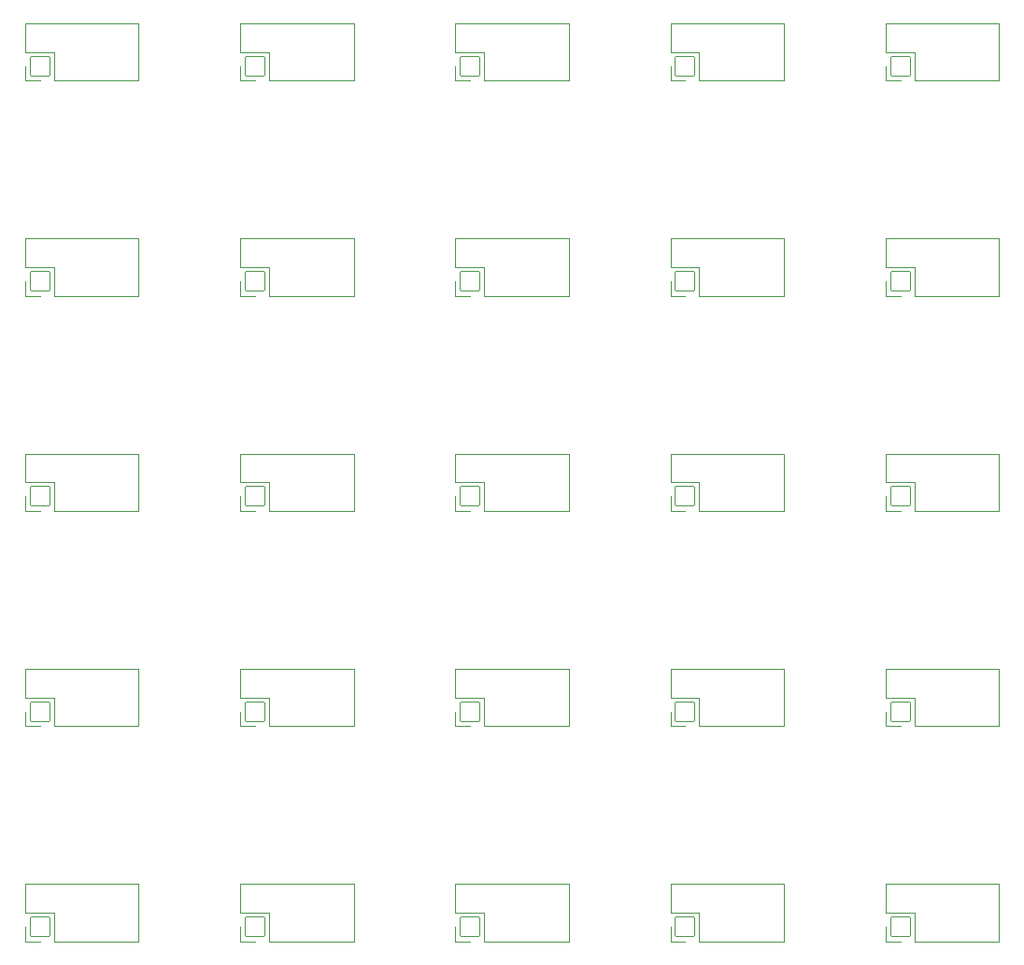
<source format=gbo>
G04 #@! TF.GenerationSoftware,KiCad,Pcbnew,8.0.0-8.0.0-1~ubuntu22.04.1*
G04 #@! TF.CreationDate,2024-03-04T18:16:00+01:00*
G04 #@! TF.ProjectId,1x1_panel,3178315f-7061-46e6-956c-2e6b69636164,rev?*
G04 #@! TF.SameCoordinates,Original*
G04 #@! TF.FileFunction,Legend,Bot*
G04 #@! TF.FilePolarity,Positive*
%FSLAX46Y46*%
G04 Gerber Fmt 4.6, Leading zero omitted, Abs format (unit mm)*
G04 Created by KiCad (PCBNEW 8.0.0-8.0.0-1~ubuntu22.04.1) date 2024-03-04 18:16:00*
%MOMM*%
%LPD*%
G01*
G04 APERTURE LIST*
G04 Aperture macros list*
%AMRoundRect*
0 Rectangle with rounded corners*
0 $1 Rounding radius*
0 $2 $3 $4 $5 $6 $7 $8 $9 X,Y pos of 4 corners*
0 Add a 4 corners polygon primitive as box body*
4,1,4,$2,$3,$4,$5,$6,$7,$8,$9,$2,$3,0*
0 Add four circle primitives for the rounded corners*
1,1,$1+$1,$2,$3*
1,1,$1+$1,$4,$5*
1,1,$1+$1,$6,$7*
1,1,$1+$1,$8,$9*
0 Add four rect primitives between the rounded corners*
20,1,$1+$1,$2,$3,$4,$5,0*
20,1,$1+$1,$4,$5,$6,$7,0*
20,1,$1+$1,$6,$7,$8,$9,0*
20,1,$1+$1,$8,$9,$2,$3,0*%
G04 Aperture macros list end*
%ADD10C,0.120000*%
%ADD11RoundRect,0.038000X-0.850000X0.850000X-0.850000X-0.850000X0.850000X-0.850000X0.850000X0.850000X0*%
%ADD12O,1.776000X1.776000*%
%ADD13C,2.576000*%
%ADD14C,0.976000*%
G04 APERTURE END LIST*
D10*
X22620000Y-8270000D02*
X22620000Y-5670000D01*
X22620000Y-10870000D02*
X22620000Y-9540000D01*
X23950000Y-10870000D02*
X22620000Y-10870000D01*
X25220000Y-8270000D02*
X22620000Y-8270000D01*
X25220000Y-10870000D02*
X25220000Y-8270000D01*
X32900000Y-5670000D02*
X22620000Y-5670000D01*
X32900000Y-10870000D02*
X25220000Y-10870000D01*
X32900000Y-10870000D02*
X32900000Y-5670000D01*
X81120000Y-86270000D02*
X81120000Y-83670000D01*
X81120000Y-88870000D02*
X81120000Y-87540000D01*
X82450000Y-88870000D02*
X81120000Y-88870000D01*
X83720000Y-86270000D02*
X81120000Y-86270000D01*
X83720000Y-88870000D02*
X83720000Y-86270000D01*
X91400000Y-83670000D02*
X81120000Y-83670000D01*
X91400000Y-88870000D02*
X83720000Y-88870000D01*
X91400000Y-88870000D02*
X91400000Y-83670000D01*
X61620000Y-86270000D02*
X61620000Y-83670000D01*
X61620000Y-88870000D02*
X61620000Y-87540000D01*
X62950000Y-88870000D02*
X61620000Y-88870000D01*
X64220000Y-86270000D02*
X61620000Y-86270000D01*
X64220000Y-88870000D02*
X64220000Y-86270000D01*
X71900000Y-83670000D02*
X61620000Y-83670000D01*
X71900000Y-88870000D02*
X64220000Y-88870000D01*
X71900000Y-88870000D02*
X71900000Y-83670000D01*
X42120000Y-86270000D02*
X42120000Y-83670000D01*
X42120000Y-88870000D02*
X42120000Y-87540000D01*
X43450000Y-88870000D02*
X42120000Y-88870000D01*
X44720000Y-86270000D02*
X42120000Y-86270000D01*
X44720000Y-88870000D02*
X44720000Y-86270000D01*
X52400000Y-83670000D02*
X42120000Y-83670000D01*
X52400000Y-88870000D02*
X44720000Y-88870000D01*
X52400000Y-88870000D02*
X52400000Y-83670000D01*
X22620000Y-86270000D02*
X22620000Y-83670000D01*
X22620000Y-88870000D02*
X22620000Y-87540000D01*
X23950000Y-88870000D02*
X22620000Y-88870000D01*
X25220000Y-86270000D02*
X22620000Y-86270000D01*
X25220000Y-88870000D02*
X25220000Y-86270000D01*
X32900000Y-83670000D02*
X22620000Y-83670000D01*
X32900000Y-88870000D02*
X25220000Y-88870000D01*
X32900000Y-88870000D02*
X32900000Y-83670000D01*
X3120000Y-86270000D02*
X3120000Y-83670000D01*
X3120000Y-88870000D02*
X3120000Y-87540000D01*
X4450000Y-88870000D02*
X3120000Y-88870000D01*
X5720000Y-86270000D02*
X3120000Y-86270000D01*
X5720000Y-88870000D02*
X5720000Y-86270000D01*
X13400000Y-83670000D02*
X3120000Y-83670000D01*
X13400000Y-88870000D02*
X5720000Y-88870000D01*
X13400000Y-88870000D02*
X13400000Y-83670000D01*
X81120000Y-66770000D02*
X81120000Y-64170000D01*
X81120000Y-69370000D02*
X81120000Y-68040000D01*
X82450000Y-69370000D02*
X81120000Y-69370000D01*
X83720000Y-66770000D02*
X81120000Y-66770000D01*
X83720000Y-69370000D02*
X83720000Y-66770000D01*
X91400000Y-64170000D02*
X81120000Y-64170000D01*
X91400000Y-69370000D02*
X83720000Y-69370000D01*
X91400000Y-69370000D02*
X91400000Y-64170000D01*
X61620000Y-66770000D02*
X61620000Y-64170000D01*
X61620000Y-69370000D02*
X61620000Y-68040000D01*
X62950000Y-69370000D02*
X61620000Y-69370000D01*
X64220000Y-66770000D02*
X61620000Y-66770000D01*
X64220000Y-69370000D02*
X64220000Y-66770000D01*
X71900000Y-64170000D02*
X61620000Y-64170000D01*
X71900000Y-69370000D02*
X64220000Y-69370000D01*
X71900000Y-69370000D02*
X71900000Y-64170000D01*
X42120000Y-66770000D02*
X42120000Y-64170000D01*
X42120000Y-69370000D02*
X42120000Y-68040000D01*
X43450000Y-69370000D02*
X42120000Y-69370000D01*
X44720000Y-66770000D02*
X42120000Y-66770000D01*
X44720000Y-69370000D02*
X44720000Y-66770000D01*
X52400000Y-64170000D02*
X42120000Y-64170000D01*
X52400000Y-69370000D02*
X44720000Y-69370000D01*
X52400000Y-69370000D02*
X52400000Y-64170000D01*
X22620000Y-66770000D02*
X22620000Y-64170000D01*
X22620000Y-69370000D02*
X22620000Y-68040000D01*
X23950000Y-69370000D02*
X22620000Y-69370000D01*
X25220000Y-66770000D02*
X22620000Y-66770000D01*
X25220000Y-69370000D02*
X25220000Y-66770000D01*
X32900000Y-64170000D02*
X22620000Y-64170000D01*
X32900000Y-69370000D02*
X25220000Y-69370000D01*
X32900000Y-69370000D02*
X32900000Y-64170000D01*
X3120000Y-66770000D02*
X3120000Y-64170000D01*
X3120000Y-69370000D02*
X3120000Y-68040000D01*
X4450000Y-69370000D02*
X3120000Y-69370000D01*
X5720000Y-66770000D02*
X3120000Y-66770000D01*
X5720000Y-69370000D02*
X5720000Y-66770000D01*
X13400000Y-64170000D02*
X3120000Y-64170000D01*
X13400000Y-69370000D02*
X5720000Y-69370000D01*
X13400000Y-69370000D02*
X13400000Y-64170000D01*
X81120000Y-47270000D02*
X81120000Y-44670000D01*
X81120000Y-49870000D02*
X81120000Y-48540000D01*
X82450000Y-49870000D02*
X81120000Y-49870000D01*
X83720000Y-47270000D02*
X81120000Y-47270000D01*
X83720000Y-49870000D02*
X83720000Y-47270000D01*
X91400000Y-44670000D02*
X81120000Y-44670000D01*
X91400000Y-49870000D02*
X83720000Y-49870000D01*
X91400000Y-49870000D02*
X91400000Y-44670000D01*
X61620000Y-47270000D02*
X61620000Y-44670000D01*
X61620000Y-49870000D02*
X61620000Y-48540000D01*
X62950000Y-49870000D02*
X61620000Y-49870000D01*
X64220000Y-47270000D02*
X61620000Y-47270000D01*
X64220000Y-49870000D02*
X64220000Y-47270000D01*
X71900000Y-44670000D02*
X61620000Y-44670000D01*
X71900000Y-49870000D02*
X64220000Y-49870000D01*
X71900000Y-49870000D02*
X71900000Y-44670000D01*
X42120000Y-47270000D02*
X42120000Y-44670000D01*
X42120000Y-49870000D02*
X42120000Y-48540000D01*
X43450000Y-49870000D02*
X42120000Y-49870000D01*
X44720000Y-47270000D02*
X42120000Y-47270000D01*
X44720000Y-49870000D02*
X44720000Y-47270000D01*
X52400000Y-44670000D02*
X42120000Y-44670000D01*
X52400000Y-49870000D02*
X44720000Y-49870000D01*
X52400000Y-49870000D02*
X52400000Y-44670000D01*
X22620000Y-47270000D02*
X22620000Y-44670000D01*
X22620000Y-49870000D02*
X22620000Y-48540000D01*
X23950000Y-49870000D02*
X22620000Y-49870000D01*
X25220000Y-47270000D02*
X22620000Y-47270000D01*
X25220000Y-49870000D02*
X25220000Y-47270000D01*
X32900000Y-44670000D02*
X22620000Y-44670000D01*
X32900000Y-49870000D02*
X25220000Y-49870000D01*
X32900000Y-49870000D02*
X32900000Y-44670000D01*
X3120000Y-47270000D02*
X3120000Y-44670000D01*
X3120000Y-49870000D02*
X3120000Y-48540000D01*
X4450000Y-49870000D02*
X3120000Y-49870000D01*
X5720000Y-47270000D02*
X3120000Y-47270000D01*
X5720000Y-49870000D02*
X5720000Y-47270000D01*
X13400000Y-44670000D02*
X3120000Y-44670000D01*
X13400000Y-49870000D02*
X5720000Y-49870000D01*
X13400000Y-49870000D02*
X13400000Y-44670000D01*
X81120000Y-27770000D02*
X81120000Y-25170000D01*
X81120000Y-30370000D02*
X81120000Y-29040000D01*
X82450000Y-30370000D02*
X81120000Y-30370000D01*
X83720000Y-27770000D02*
X81120000Y-27770000D01*
X83720000Y-30370000D02*
X83720000Y-27770000D01*
X91400000Y-25170000D02*
X81120000Y-25170000D01*
X91400000Y-30370000D02*
X83720000Y-30370000D01*
X91400000Y-30370000D02*
X91400000Y-25170000D01*
X61620000Y-27770000D02*
X61620000Y-25170000D01*
X61620000Y-30370000D02*
X61620000Y-29040000D01*
X62950000Y-30370000D02*
X61620000Y-30370000D01*
X64220000Y-27770000D02*
X61620000Y-27770000D01*
X64220000Y-30370000D02*
X64220000Y-27770000D01*
X71900000Y-25170000D02*
X61620000Y-25170000D01*
X71900000Y-30370000D02*
X64220000Y-30370000D01*
X71900000Y-30370000D02*
X71900000Y-25170000D01*
X42120000Y-27770000D02*
X42120000Y-25170000D01*
X42120000Y-30370000D02*
X42120000Y-29040000D01*
X43450000Y-30370000D02*
X42120000Y-30370000D01*
X44720000Y-27770000D02*
X42120000Y-27770000D01*
X44720000Y-30370000D02*
X44720000Y-27770000D01*
X52400000Y-25170000D02*
X42120000Y-25170000D01*
X52400000Y-30370000D02*
X44720000Y-30370000D01*
X52400000Y-30370000D02*
X52400000Y-25170000D01*
X22620000Y-27770000D02*
X22620000Y-25170000D01*
X22620000Y-30370000D02*
X22620000Y-29040000D01*
X23950000Y-30370000D02*
X22620000Y-30370000D01*
X25220000Y-27770000D02*
X22620000Y-27770000D01*
X25220000Y-30370000D02*
X25220000Y-27770000D01*
X32900000Y-25170000D02*
X22620000Y-25170000D01*
X32900000Y-30370000D02*
X25220000Y-30370000D01*
X32900000Y-30370000D02*
X32900000Y-25170000D01*
X3120000Y-27770000D02*
X3120000Y-25170000D01*
X3120000Y-30370000D02*
X3120000Y-29040000D01*
X4450000Y-30370000D02*
X3120000Y-30370000D01*
X5720000Y-27770000D02*
X3120000Y-27770000D01*
X5720000Y-30370000D02*
X5720000Y-27770000D01*
X13400000Y-25170000D02*
X3120000Y-25170000D01*
X13400000Y-30370000D02*
X5720000Y-30370000D01*
X13400000Y-30370000D02*
X13400000Y-25170000D01*
X81120000Y-8270000D02*
X81120000Y-5670000D01*
X81120000Y-10870000D02*
X81120000Y-9540000D01*
X82450000Y-10870000D02*
X81120000Y-10870000D01*
X83720000Y-8270000D02*
X81120000Y-8270000D01*
X83720000Y-10870000D02*
X83720000Y-8270000D01*
X91400000Y-5670000D02*
X81120000Y-5670000D01*
X91400000Y-10870000D02*
X83720000Y-10870000D01*
X91400000Y-10870000D02*
X91400000Y-5670000D01*
X61620000Y-8270000D02*
X61620000Y-5670000D01*
X61620000Y-10870000D02*
X61620000Y-9540000D01*
X62950000Y-10870000D02*
X61620000Y-10870000D01*
X64220000Y-8270000D02*
X61620000Y-8270000D01*
X64220000Y-10870000D02*
X64220000Y-8270000D01*
X71900000Y-5670000D02*
X61620000Y-5670000D01*
X71900000Y-10870000D02*
X64220000Y-10870000D01*
X71900000Y-10870000D02*
X71900000Y-5670000D01*
X42120000Y-8270000D02*
X42120000Y-5670000D01*
X42120000Y-10870000D02*
X42120000Y-9540000D01*
X43450000Y-10870000D02*
X42120000Y-10870000D01*
X44720000Y-8270000D02*
X42120000Y-8270000D01*
X44720000Y-10870000D02*
X44720000Y-8270000D01*
X52400000Y-5670000D02*
X42120000Y-5670000D01*
X52400000Y-10870000D02*
X44720000Y-10870000D01*
X52400000Y-10870000D02*
X52400000Y-5670000D01*
X3120000Y-8270000D02*
X3120000Y-5670000D01*
X3120000Y-10870000D02*
X3120000Y-9540000D01*
X4450000Y-10870000D02*
X3120000Y-10870000D01*
X5720000Y-8270000D02*
X3120000Y-8270000D01*
X5720000Y-10870000D02*
X5720000Y-8270000D01*
X13400000Y-5670000D02*
X3120000Y-5670000D01*
X13400000Y-10870000D02*
X5720000Y-10870000D01*
X13400000Y-10870000D02*
X13400000Y-5670000D01*
%LPC*%
D11*
X23950000Y-9540000D03*
D12*
X23950000Y-7000000D03*
X26490000Y-9540000D03*
X26490000Y-7000000D03*
X29030000Y-9540000D03*
X29030000Y-7000000D03*
X31570000Y-9540000D03*
X31570000Y-7000000D03*
D13*
X23815000Y-4210000D03*
X30165000Y-1670000D03*
D11*
X82450000Y-87540000D03*
D12*
X82450000Y-85000000D03*
X84990000Y-87540000D03*
X84990000Y-85000000D03*
X87530000Y-87540000D03*
X87530000Y-85000000D03*
X90070000Y-87540000D03*
X90070000Y-85000000D03*
D13*
X82315000Y-82210000D03*
X88665000Y-79670000D03*
D11*
X62950000Y-87540000D03*
D12*
X62950000Y-85000000D03*
X65490000Y-87540000D03*
X65490000Y-85000000D03*
X68030000Y-87540000D03*
X68030000Y-85000000D03*
X70570000Y-87540000D03*
X70570000Y-85000000D03*
D13*
X62815000Y-82210000D03*
X69165000Y-79670000D03*
D11*
X43450000Y-87540000D03*
D12*
X43450000Y-85000000D03*
X45990000Y-87540000D03*
X45990000Y-85000000D03*
X48530000Y-87540000D03*
X48530000Y-85000000D03*
X51070000Y-87540000D03*
X51070000Y-85000000D03*
D13*
X43315000Y-82210000D03*
X49665000Y-79670000D03*
D11*
X23950000Y-87540000D03*
D12*
X23950000Y-85000000D03*
X26490000Y-87540000D03*
X26490000Y-85000000D03*
X29030000Y-87540000D03*
X29030000Y-85000000D03*
X31570000Y-87540000D03*
X31570000Y-85000000D03*
D13*
X23815000Y-82210000D03*
X30165000Y-79670000D03*
D11*
X4450000Y-87540000D03*
D12*
X4450000Y-85000000D03*
X6990000Y-87540000D03*
X6990000Y-85000000D03*
X9530000Y-87540000D03*
X9530000Y-85000000D03*
X12070000Y-87540000D03*
X12070000Y-85000000D03*
D13*
X4315000Y-82210000D03*
X10665000Y-79670000D03*
D11*
X82450000Y-68040000D03*
D12*
X82450000Y-65500000D03*
X84990000Y-68040000D03*
X84990000Y-65500000D03*
X87530000Y-68040000D03*
X87530000Y-65500000D03*
X90070000Y-68040000D03*
X90070000Y-65500000D03*
D13*
X82315000Y-62710000D03*
X88665000Y-60170000D03*
D11*
X62950000Y-68040000D03*
D12*
X62950000Y-65500000D03*
X65490000Y-68040000D03*
X65490000Y-65500000D03*
X68030000Y-68040000D03*
X68030000Y-65500000D03*
X70570000Y-68040000D03*
X70570000Y-65500000D03*
D13*
X62815000Y-62710000D03*
X69165000Y-60170000D03*
D11*
X43450000Y-68040000D03*
D12*
X43450000Y-65500000D03*
X45990000Y-68040000D03*
X45990000Y-65500000D03*
X48530000Y-68040000D03*
X48530000Y-65500000D03*
X51070000Y-68040000D03*
X51070000Y-65500000D03*
D13*
X43315000Y-62710000D03*
X49665000Y-60170000D03*
D11*
X23950000Y-68040000D03*
D12*
X23950000Y-65500000D03*
X26490000Y-68040000D03*
X26490000Y-65500000D03*
X29030000Y-68040000D03*
X29030000Y-65500000D03*
X31570000Y-68040000D03*
X31570000Y-65500000D03*
D13*
X23815000Y-62710000D03*
X30165000Y-60170000D03*
D11*
X4450000Y-68040000D03*
D12*
X4450000Y-65500000D03*
X6990000Y-68040000D03*
X6990000Y-65500000D03*
X9530000Y-68040000D03*
X9530000Y-65500000D03*
X12070000Y-68040000D03*
X12070000Y-65500000D03*
D13*
X4315000Y-62710000D03*
X10665000Y-60170000D03*
D11*
X82450000Y-48540000D03*
D12*
X82450000Y-46000000D03*
X84990000Y-48540000D03*
X84990000Y-46000000D03*
X87530000Y-48540000D03*
X87530000Y-46000000D03*
X90070000Y-48540000D03*
X90070000Y-46000000D03*
D13*
X82315000Y-43210000D03*
X88665000Y-40670000D03*
D11*
X62950000Y-48540000D03*
D12*
X62950000Y-46000000D03*
X65490000Y-48540000D03*
X65490000Y-46000000D03*
X68030000Y-48540000D03*
X68030000Y-46000000D03*
X70570000Y-48540000D03*
X70570000Y-46000000D03*
D13*
X62815000Y-43210000D03*
X69165000Y-40670000D03*
D11*
X43450000Y-48540000D03*
D12*
X43450000Y-46000000D03*
X45990000Y-48540000D03*
X45990000Y-46000000D03*
X48530000Y-48540000D03*
X48530000Y-46000000D03*
X51070000Y-48540000D03*
X51070000Y-46000000D03*
D13*
X43315000Y-43210000D03*
X49665000Y-40670000D03*
D11*
X23950000Y-48540000D03*
D12*
X23950000Y-46000000D03*
X26490000Y-48540000D03*
X26490000Y-46000000D03*
X29030000Y-48540000D03*
X29030000Y-46000000D03*
X31570000Y-48540000D03*
X31570000Y-46000000D03*
D13*
X23815000Y-43210000D03*
X30165000Y-40670000D03*
D11*
X4450000Y-48540000D03*
D12*
X4450000Y-46000000D03*
X6990000Y-48540000D03*
X6990000Y-46000000D03*
X9530000Y-48540000D03*
X9530000Y-46000000D03*
X12070000Y-48540000D03*
X12070000Y-46000000D03*
D13*
X4315000Y-43210000D03*
X10665000Y-40670000D03*
D11*
X82450000Y-29040000D03*
D12*
X82450000Y-26500000D03*
X84990000Y-29040000D03*
X84990000Y-26500000D03*
X87530000Y-29040000D03*
X87530000Y-26500000D03*
X90070000Y-29040000D03*
X90070000Y-26500000D03*
D13*
X82315000Y-23710000D03*
X88665000Y-21170000D03*
D11*
X62950000Y-29040000D03*
D12*
X62950000Y-26500000D03*
X65490000Y-29040000D03*
X65490000Y-26500000D03*
X68030000Y-29040000D03*
X68030000Y-26500000D03*
X70570000Y-29040000D03*
X70570000Y-26500000D03*
D13*
X62815000Y-23710000D03*
X69165000Y-21170000D03*
D11*
X43450000Y-29040000D03*
D12*
X43450000Y-26500000D03*
X45990000Y-29040000D03*
X45990000Y-26500000D03*
X48530000Y-29040000D03*
X48530000Y-26500000D03*
X51070000Y-29040000D03*
X51070000Y-26500000D03*
D13*
X43315000Y-23710000D03*
X49665000Y-21170000D03*
D11*
X23950000Y-29040000D03*
D12*
X23950000Y-26500000D03*
X26490000Y-29040000D03*
X26490000Y-26500000D03*
X29030000Y-29040000D03*
X29030000Y-26500000D03*
X31570000Y-29040000D03*
X31570000Y-26500000D03*
D13*
X23815000Y-23710000D03*
X30165000Y-21170000D03*
D11*
X4450000Y-29040000D03*
D12*
X4450000Y-26500000D03*
X6990000Y-29040000D03*
X6990000Y-26500000D03*
X9530000Y-29040000D03*
X9530000Y-26500000D03*
X12070000Y-29040000D03*
X12070000Y-26500000D03*
D13*
X4315000Y-23710000D03*
X10665000Y-21170000D03*
D11*
X82450000Y-9540000D03*
D12*
X82450000Y-7000000D03*
X84990000Y-9540000D03*
X84990000Y-7000000D03*
X87530000Y-9540000D03*
X87530000Y-7000000D03*
X90070000Y-9540000D03*
X90070000Y-7000000D03*
D13*
X82315000Y-4210000D03*
X88665000Y-1670000D03*
D11*
X62950000Y-9540000D03*
D12*
X62950000Y-7000000D03*
X65490000Y-9540000D03*
X65490000Y-7000000D03*
X68030000Y-9540000D03*
X68030000Y-7000000D03*
X70570000Y-9540000D03*
X70570000Y-7000000D03*
D13*
X62815000Y-4210000D03*
X69165000Y-1670000D03*
D11*
X43450000Y-9540000D03*
D12*
X43450000Y-7000000D03*
X45990000Y-9540000D03*
X45990000Y-7000000D03*
X48530000Y-9540000D03*
X48530000Y-7000000D03*
X51070000Y-9540000D03*
X51070000Y-7000000D03*
D13*
X43315000Y-4210000D03*
X49665000Y-1670000D03*
X4315000Y-4210000D03*
X10665000Y-1670000D03*
D11*
X4450000Y-9540000D03*
D12*
X4450000Y-7000000D03*
X6990000Y-9540000D03*
X6990000Y-7000000D03*
X9530000Y-9540000D03*
X9530000Y-7000000D03*
X12070000Y-9540000D03*
X12070000Y-7000000D03*
D14*
X21000000Y-9750000D03*
X79500000Y-87750000D03*
X60000000Y-87750000D03*
X40500000Y-87750000D03*
X21000000Y-87750000D03*
X1500000Y-87750000D03*
X79500000Y-68250000D03*
X60000000Y-68250000D03*
X40500000Y-68250000D03*
X21000000Y-68250000D03*
X1500000Y-68250000D03*
X79500000Y-48750000D03*
X60000000Y-48750000D03*
X40500000Y-48750000D03*
X21000000Y-48750000D03*
X1500000Y-48750000D03*
X79500000Y-29250000D03*
X60000000Y-29250000D03*
X40500000Y-29250000D03*
X21000000Y-29250000D03*
X1500000Y-29250000D03*
X79500000Y-9750000D03*
X60000000Y-9750000D03*
X40500000Y-9750000D03*
X1500000Y-9750000D03*
%LPD*%
M02*

</source>
